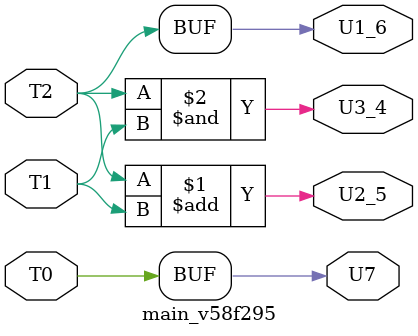
<source format=v>

`default_nettype none

module main (
 input va8c52d,
 input v59a8ce,
 input v2d619b,
 output ve84e39,
 output v870b4e,
 output vd4ad8f,
 output v5ad7ee,
 output [0:3] vinit
);
 wire w0;
 wire w1;
 wire w2;
 wire w3;
 wire w4;
 wire w5;
 wire w6;
 assign w0 = v2d619b;
 assign w1 = v59a8ce;
 assign w2 = va8c52d;
 assign vd4ad8f = w3;
 assign v5ad7ee = w4;
 assign v870b4e = w5;
 assign ve84e39 = w6;
 main_v58f295 v58f295 (
  .T2(w0),
  .T1(w1),
  .T0(w2),
  .U3_4(w3),
  .U7(w4),
  .U2_5(w5),
  .U1_6(w6)
 );
 assign vinit = 4'b0000;
endmodule

//---------------------------------------------------
//-- DECODER
//-- - - - - - - - - - - - - - - - - - - - - - - - --
//-- 
//---------------------------------------------------

module main_v58f295 (
 input T0,
 input T1,
 input T2,
 output U1_6,
 output U2_5,
 output U3_4,
 output U7
);
 assign U1_6 = T2;
 assign U2_5 = T2 + T1;
 assign U3_4 = T2 & T1;
 assign U7 = T0;
endmodule

</source>
